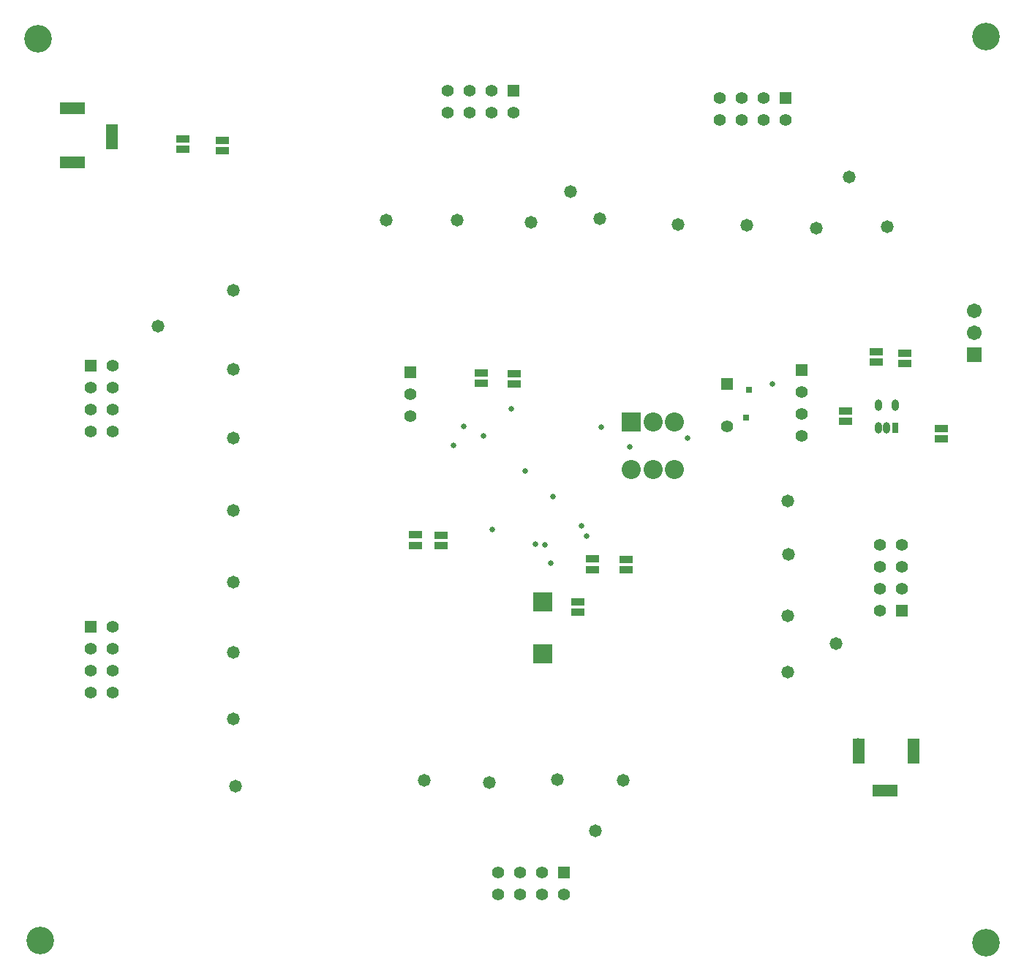
<source format=gbs>
%FSTAX23Y23*%
%MOIN*%
%SFA1B1*%

%IPPOS*%
%ADD23R,0.059181X0.035559*%
%ADD32R,0.031622X0.027685*%
%ADD33R,0.055244X0.055244*%
%ADD34C,0.055244*%
%ADD35R,0.086740X0.086740*%
%ADD36C,0.086740*%
%ADD37C,0.126110*%
%ADD38R,0.067055X0.067055*%
%ADD39C,0.067055*%
%ADD40R,0.114299X0.055244*%
%ADD41R,0.055244X0.114299*%
%ADD42R,0.055244X0.055244*%
%ADD43C,0.026000*%
%ADD44C,0.058000*%
%ADD60O,0.031622X0.051307*%
%ADD61R,0.031622X0.051307*%
%LNpcb1-1*%
%LPD*%
G54D23*
X0436Y02287D03*
Y02335D03*
X04475Y02285D03*
Y02332D03*
X051Y01981D03*
Y02028D03*
X05165Y02177D03*
Y02225D03*
X0348Y04086D03*
Y04133D03*
X033Y04091D03*
Y04138D03*
X0646Y03121D03*
Y03168D03*
X06755Y0282D03*
Y02772D03*
X0632Y02851D03*
Y02898D03*
X0659Y03163D03*
Y03116D03*
X0466Y03026D03*
Y03073D03*
X0481Y03022D03*
Y0307D03*
X0532Y02223D03*
Y02176D03*
G54D32*
X0588Y02995D03*
X05865Y0287D03*
G54D33*
X0612Y03085D03*
X04335Y03075D03*
X06575Y0199D03*
X0288Y01915D03*
Y03105D03*
G54D34*
X0612Y02985D03*
Y02885D03*
Y02785D03*
X0578Y0283D03*
X05745Y04225D03*
X05845D03*
X05945D03*
X06045D03*
X05745Y04325D03*
X05845D03*
X05945D03*
X04335Y02975D03*
Y02875D03*
X06475Y0229D03*
Y0219D03*
Y0209D03*
Y0199D03*
X06575Y0229D03*
Y0219D03*
Y0209D03*
X04935Y00795D03*
X04835D03*
X04735D03*
X05035Y00695D03*
X04935D03*
X04835D03*
X04735D03*
X0288Y01815D03*
Y01715D03*
Y01615D03*
X0298Y01915D03*
Y01815D03*
Y01715D03*
Y01615D03*
X0288Y03005D03*
Y02905D03*
Y02805D03*
X0298Y03105D03*
Y03005D03*
Y02905D03*
Y02805D03*
X04705Y0436D03*
X04605D03*
X04505D03*
X04805Y0426D03*
X04705D03*
X04605D03*
X04505D03*
G54D35*
X0494Y02028D03*
Y01791D03*
X05343Y0285D03*
G54D36*
X05441Y0285D03*
X0554D03*
X05343Y02633D03*
X05441D03*
X0554D03*
G54D37*
X0264Y04595D03*
X0696Y04605D03*
Y00475D03*
X0265Y00485D03*
G54D38*
X06905Y03155D03*
G54D39*
X06905Y03255D03*
Y03355D03*
G54D40*
X02795Y04279D03*
Y04031D03*
X06498Y01168D03*
G54D41*
X02976Y04149D03*
X06628Y0135D03*
X0638D03*
G54D42*
X0578Y03022D03*
X06045Y04325D03*
X05035Y00795D03*
X04805Y0436D03*
G54D43*
X0458Y0283D03*
X04977Y02207D03*
X05335Y02735D03*
X05985Y03022D03*
X056Y02775D03*
X0486Y02625D03*
X06381Y0139D03*
X06376Y01395D03*
X05115Y02375D03*
X04985Y0251D03*
X0495Y0229D03*
X04907Y02292D03*
X0514Y0233D03*
X04709Y0236D03*
X0467Y02785D03*
X04795Y0291D03*
X05205Y02825D03*
X04532Y02743D03*
G54D44*
X0353Y02445D03*
X0518Y00985D03*
X044Y01215D03*
X04695Y01207D03*
X05305Y01215D03*
X05005Y0122D03*
X06275Y0184D03*
X06055Y0171D03*
Y01965D03*
X0606Y02245D03*
X06055Y0249D03*
X06335Y03965D03*
X0651Y0374D03*
X06185Y03733D03*
X0587Y03745D03*
X05555Y0375D03*
X05065Y039D03*
X052Y03775D03*
X04885Y0376D03*
X0455Y0377D03*
X04225D03*
X0354Y0119D03*
X0353Y01495D03*
Y018D03*
Y0212D03*
Y02775D03*
X03185Y03285D03*
X0353Y0309D03*
Y0345D03*
G54D60*
X0647Y02925D03*
X06545D03*
X0647Y02822D03*
X06507D03*
G54D61*
X06545Y02822D03*
M02*
</source>
